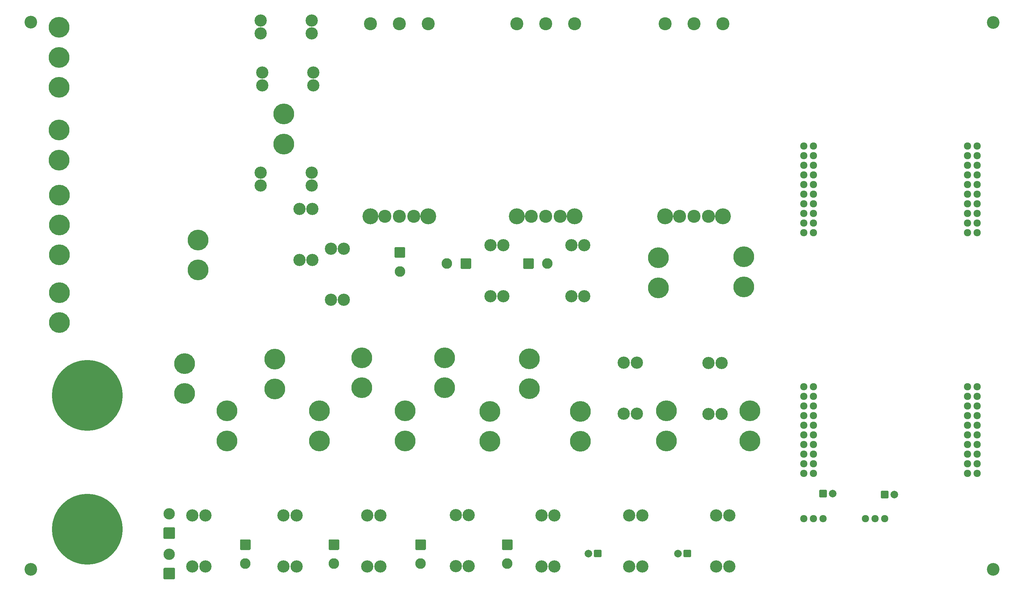
<source format=gbr>
G04 #@! TF.GenerationSoftware,KiCad,Pcbnew,(5.1.10)-1*
G04 #@! TF.CreationDate,2021-12-26T21:02:33-06:00*
G04 #@! TF.ProjectId,PowerBoard_2022_Rev1,506f7765-7242-46f6-9172-645f32303232,rev?*
G04 #@! TF.SameCoordinates,Original*
G04 #@! TF.FileFunction,Soldermask,Bot*
G04 #@! TF.FilePolarity,Negative*
%FSLAX46Y46*%
G04 Gerber Fmt 4.6, Leading zero omitted, Abs format (unit mm)*
G04 Created by KiCad (PCBNEW (5.1.10)-1) date 2021-12-26 21:02:33*
%MOMM*%
%LPD*%
G01*
G04 APERTURE LIST*
%ADD10C,5.480000*%
%ADD11C,1.920000*%
%ADD12C,3.346400*%
%ADD13C,3.219400*%
%ADD14C,2.000000*%
%ADD15C,18.688000*%
%ADD16C,1.924000*%
%ADD17C,3.448000*%
%ADD18C,4.210000*%
%ADD19O,3.000000X3.000000*%
%ADD20C,2.800000*%
G04 APERTURE END LIST*
D10*
X365945343Y-58013000D03*
X365945343Y-65913000D03*
D11*
X608076000Y-85090000D03*
X562356000Y-62230000D03*
X562356000Y-64770000D03*
X562356000Y-72390000D03*
X605536000Y-74930000D03*
X562356000Y-69850000D03*
X562356000Y-67310000D03*
X608076000Y-69850000D03*
X605536000Y-64770000D03*
X562356000Y-74930000D03*
X562356000Y-77470000D03*
X608076000Y-64770000D03*
X605536000Y-69850000D03*
X605536000Y-72390000D03*
X605536000Y-85090000D03*
X605536000Y-82550000D03*
X605536000Y-80010000D03*
X605536000Y-77470000D03*
X605536000Y-67310000D03*
X605536000Y-62230000D03*
X608076000Y-82550000D03*
X608076000Y-80010000D03*
X608076000Y-77470000D03*
X608076000Y-74930000D03*
X608076000Y-72390000D03*
X608076000Y-67310000D03*
X608076000Y-62230000D03*
X564896000Y-85090000D03*
X564896000Y-82550000D03*
X564896000Y-80010000D03*
X564896000Y-77470000D03*
X564896000Y-74930000D03*
X564896000Y-72390000D03*
X564896000Y-69850000D03*
X564896000Y-67310000D03*
X564896000Y-64770000D03*
X564896000Y-62230000D03*
X562356000Y-85090000D03*
X562356000Y-82550000D03*
X562356000Y-80010000D03*
X605536000Y-148590000D03*
X605536000Y-146050000D03*
X605536000Y-143510000D03*
X605536000Y-140970000D03*
X605536000Y-138430000D03*
X605536000Y-135890000D03*
X605536000Y-133350000D03*
X605536000Y-130810000D03*
X605536000Y-128270000D03*
X605536000Y-125730000D03*
X608076000Y-148590000D03*
X608076000Y-146050000D03*
X608076000Y-143510000D03*
X608076000Y-140970000D03*
X608076000Y-138430000D03*
X608076000Y-135890000D03*
X608076000Y-133350000D03*
X608076000Y-130810000D03*
X608076000Y-128270000D03*
X608076000Y-125730000D03*
X564896000Y-148590000D03*
X564896000Y-146050000D03*
X564896000Y-143510000D03*
X564896000Y-140970000D03*
X564896000Y-138430000D03*
X564896000Y-135890000D03*
X564896000Y-133350000D03*
X564896000Y-130810000D03*
X564896000Y-128270000D03*
X564896000Y-125730000D03*
X562356000Y-148590000D03*
X562356000Y-146050000D03*
X562356000Y-143510000D03*
X562356000Y-140970000D03*
X562356000Y-138430000D03*
X562356000Y-135890000D03*
X562356000Y-133350000D03*
X562356000Y-130810000D03*
X562356000Y-128270000D03*
X562356000Y-125730000D03*
D12*
X358513380Y-173870620D03*
X358449880Y-29519880D03*
X612338120Y-29583380D03*
X612338120Y-173870620D03*
D13*
X433006500Y-46228000D03*
X433006500Y-42799000D03*
X419544500Y-42799000D03*
X419544500Y-46228000D03*
X479679000Y-101854000D03*
X483108000Y-101854000D03*
X483108000Y-88392000D03*
X479679000Y-88392000D03*
X501015000Y-88392000D03*
X504444000Y-88392000D03*
X504444000Y-101854000D03*
X501015000Y-101854000D03*
X519747252Y-173147443D03*
X516318252Y-173147443D03*
X516318252Y-159685443D03*
X519747252Y-159685443D03*
X473963752Y-159558443D03*
X470534752Y-159558443D03*
X470534752Y-173020443D03*
X473963752Y-173020443D03*
X428561252Y-173147443D03*
X425132252Y-173147443D03*
X425132252Y-159685443D03*
X428561252Y-159685443D03*
X542671000Y-159639000D03*
X539242000Y-159639000D03*
X539242000Y-173101000D03*
X542671000Y-173101000D03*
X518287000Y-132842000D03*
X514858000Y-132842000D03*
X514858000Y-119380000D03*
X518287000Y-119380000D03*
X419100000Y-32512000D03*
X419100000Y-29083000D03*
X432562000Y-29083000D03*
X432562000Y-32512000D03*
X432752500Y-78803500D03*
X429323500Y-78803500D03*
X429323500Y-92265500D03*
X432752500Y-92265500D03*
X540638752Y-119426443D03*
X537209752Y-119426443D03*
X537209752Y-132888443D03*
X540638752Y-132888443D03*
X450659252Y-173147443D03*
X447230252Y-173147443D03*
X447230252Y-159685443D03*
X450659252Y-159685443D03*
X419100000Y-72644000D03*
X419100000Y-69215000D03*
X432562000Y-69215000D03*
X432562000Y-72644000D03*
X496570000Y-173101000D03*
X493141000Y-173101000D03*
X493141000Y-159639000D03*
X496570000Y-159639000D03*
X404495000Y-159664400D03*
X401066000Y-159664400D03*
X401066000Y-173126400D03*
X404495000Y-173126400D03*
X441032900Y-89357200D03*
X437603900Y-89357200D03*
X437603900Y-102819200D03*
X441032900Y-102819200D03*
D14*
X505500000Y-169709959D03*
G36*
G01*
X509000000Y-168909959D02*
X509000000Y-170509959D01*
G75*
G02*
X508800000Y-170709959I-200000J0D01*
G01*
X507200000Y-170709959D01*
G75*
G02*
X507000000Y-170509959I0J200000D01*
G01*
X507000000Y-168909959D01*
G75*
G02*
X507200000Y-168709959I200000J0D01*
G01*
X508800000Y-168709959D01*
G75*
G02*
X509000000Y-168909959I0J-200000D01*
G01*
G37*
X529122000Y-169709959D03*
G36*
G01*
X532622000Y-168909959D02*
X532622000Y-170509959D01*
G75*
G02*
X532422000Y-170709959I-200000J0D01*
G01*
X530822000Y-170709959D01*
G75*
G02*
X530622000Y-170509959I0J200000D01*
G01*
X530622000Y-168909959D01*
G75*
G02*
X530822000Y-168709959I200000J0D01*
G01*
X532422000Y-168709959D01*
G75*
G02*
X532622000Y-168909959I0J-200000D01*
G01*
G37*
X569936000Y-153924000D03*
G36*
G01*
X566436000Y-154724000D02*
X566436000Y-153124000D01*
G75*
G02*
X566636000Y-152924000I200000J0D01*
G01*
X568236000Y-152924000D01*
G75*
G02*
X568436000Y-153124000I0J-200000D01*
G01*
X568436000Y-154724000D01*
G75*
G02*
X568236000Y-154924000I-200000J0D01*
G01*
X566636000Y-154924000D01*
G75*
G02*
X566436000Y-154724000I0J200000D01*
G01*
G37*
G36*
G01*
X582692000Y-154978000D02*
X582692000Y-153378000D01*
G75*
G02*
X582892000Y-153178000I200000J0D01*
G01*
X584492000Y-153178000D01*
G75*
G02*
X584692000Y-153378000I0J-200000D01*
G01*
X584692000Y-154978000D01*
G75*
G02*
X584492000Y-155178000I-200000J0D01*
G01*
X582892000Y-155178000D01*
G75*
G02*
X582692000Y-154978000I0J200000D01*
G01*
G37*
X586192000Y-154178000D03*
D10*
X365945343Y-46723000D03*
X365945343Y-38823000D03*
X365945343Y-30923000D03*
X467640000Y-125971000D03*
X467640000Y-118071000D03*
X399060000Y-119595000D03*
X399060000Y-127495000D03*
X489966000Y-118364000D03*
X489966000Y-126264000D03*
X366022605Y-108805436D03*
X366022605Y-100905436D03*
X445796000Y-125971000D03*
X445796000Y-118071000D03*
X422788383Y-126352000D03*
X422788383Y-118452000D03*
X366022605Y-90933500D03*
X366022605Y-83033500D03*
X366022605Y-75133500D03*
X425196000Y-53784500D03*
X425196000Y-61684500D03*
D15*
X373380000Y-128016000D03*
D16*
X562356000Y-160528000D03*
X564896000Y-160528000D03*
X567436000Y-160528000D03*
X583692000Y-160528000D03*
X581152000Y-160528000D03*
X578612000Y-160528000D03*
D15*
X373380000Y-163322000D03*
D17*
X525780000Y-29972000D03*
X533400000Y-29972000D03*
X541020000Y-29972000D03*
D18*
X525780000Y-80772000D03*
X541020000Y-80772000D03*
D17*
X537210000Y-80772000D03*
X533400000Y-80772000D03*
X529590000Y-80772000D03*
X490474000Y-80772000D03*
X494284000Y-80772000D03*
X498094000Y-80772000D03*
D18*
X501904000Y-80772000D03*
X486664000Y-80772000D03*
D17*
X501904000Y-29972000D03*
X494284000Y-29972000D03*
X486664000Y-29972000D03*
D10*
X410184000Y-132093000D03*
X410184000Y-139993000D03*
X523976000Y-99607000D03*
X523976000Y-91707000D03*
X402552370Y-94937954D03*
X402552370Y-87037954D03*
X434594000Y-132093000D03*
X434594000Y-139993000D03*
X546544500Y-91453000D03*
X546544500Y-99353000D03*
X457174000Y-139993000D03*
X457174000Y-132093000D03*
X479526000Y-140120000D03*
X479526000Y-132220000D03*
X503402000Y-140120000D03*
X503402000Y-132220000D03*
X526135000Y-132093000D03*
X526135000Y-139993000D03*
X548106000Y-132093000D03*
X548106000Y-139993000D03*
G36*
G01*
X396270000Y-176506000D02*
X393670000Y-176506000D01*
G75*
G02*
X393470000Y-176306000I0J200000D01*
G01*
X393470000Y-173706000D01*
G75*
G02*
X393670000Y-173506000I200000J0D01*
G01*
X396270000Y-173506000D01*
G75*
G02*
X396470000Y-173706000I0J-200000D01*
G01*
X396470000Y-176306000D01*
G75*
G02*
X396270000Y-176506000I-200000J0D01*
G01*
G37*
D19*
X394970000Y-169926000D03*
X394970000Y-159258000D03*
G36*
G01*
X396270000Y-165838000D02*
X393670000Y-165838000D01*
G75*
G02*
X393470000Y-165638000I0J200000D01*
G01*
X393470000Y-163038000D01*
G75*
G02*
X393670000Y-162838000I200000J0D01*
G01*
X396270000Y-162838000D01*
G75*
G02*
X396470000Y-163038000I0J-200000D01*
G01*
X396470000Y-165638000D01*
G75*
G02*
X396270000Y-165838000I-200000J0D01*
G01*
G37*
G36*
G01*
X413836000Y-165986000D02*
X416236000Y-165986000D01*
G75*
G02*
X416436000Y-166186000I0J-200000D01*
G01*
X416436000Y-168586000D01*
G75*
G02*
X416236000Y-168786000I-200000J0D01*
G01*
X413836000Y-168786000D01*
G75*
G02*
X413636000Y-168586000I0J200000D01*
G01*
X413636000Y-166186000D01*
G75*
G02*
X413836000Y-165986000I200000J0D01*
G01*
G37*
D20*
X415036000Y-172386000D03*
G36*
G01*
X437204000Y-165986000D02*
X439604000Y-165986000D01*
G75*
G02*
X439804000Y-166186000I0J-200000D01*
G01*
X439804000Y-168586000D01*
G75*
G02*
X439604000Y-168786000I-200000J0D01*
G01*
X437204000Y-168786000D01*
G75*
G02*
X437004000Y-168586000I0J200000D01*
G01*
X437004000Y-166186000D01*
G75*
G02*
X437204000Y-165986000I200000J0D01*
G01*
G37*
X438404000Y-172386000D03*
X461264000Y-172386000D03*
G36*
G01*
X460064000Y-165986000D02*
X462464000Y-165986000D01*
G75*
G02*
X462664000Y-166186000I0J-200000D01*
G01*
X462664000Y-168586000D01*
G75*
G02*
X462464000Y-168786000I-200000J0D01*
G01*
X460064000Y-168786000D01*
G75*
G02*
X459864000Y-168586000I0J200000D01*
G01*
X459864000Y-166186000D01*
G75*
G02*
X460064000Y-165986000I200000J0D01*
G01*
G37*
G36*
G01*
X482924000Y-165986000D02*
X485324000Y-165986000D01*
G75*
G02*
X485524000Y-166186000I0J-200000D01*
G01*
X485524000Y-168586000D01*
G75*
G02*
X485324000Y-168786000I-200000J0D01*
G01*
X482924000Y-168786000D01*
G75*
G02*
X482724000Y-168586000I0J200000D01*
G01*
X482724000Y-166186000D01*
G75*
G02*
X482924000Y-165986000I200000J0D01*
G01*
G37*
X484124000Y-172386000D03*
G36*
G01*
X488312000Y-94418000D02*
X488312000Y-92018000D01*
G75*
G02*
X488512000Y-91818000I200000J0D01*
G01*
X490912000Y-91818000D01*
G75*
G02*
X491112000Y-92018000I0J-200000D01*
G01*
X491112000Y-94418000D01*
G75*
G02*
X490912000Y-94618000I-200000J0D01*
G01*
X488512000Y-94618000D01*
G75*
G02*
X488312000Y-94418000I0J200000D01*
G01*
G37*
X494712000Y-93218000D03*
X468202000Y-93218000D03*
G36*
G01*
X474602000Y-92018000D02*
X474602000Y-94418000D01*
G75*
G02*
X474402000Y-94618000I-200000J0D01*
G01*
X472002000Y-94618000D01*
G75*
G02*
X471802000Y-94418000I0J200000D01*
G01*
X471802000Y-92018000D01*
G75*
G02*
X472002000Y-91818000I200000J0D01*
G01*
X474402000Y-91818000D01*
G75*
G02*
X474602000Y-92018000I0J-200000D01*
G01*
G37*
G36*
G01*
X454603000Y-88897000D02*
X457003000Y-88897000D01*
G75*
G02*
X457203000Y-89097000I0J-200000D01*
G01*
X457203000Y-91497000D01*
G75*
G02*
X457003000Y-91697000I-200000J0D01*
G01*
X454603000Y-91697000D01*
G75*
G02*
X454403000Y-91497000I0J200000D01*
G01*
X454403000Y-89097000D01*
G75*
G02*
X454603000Y-88897000I200000J0D01*
G01*
G37*
X455803000Y-95297000D03*
D17*
X448056000Y-29972000D03*
X455676000Y-29972000D03*
X463296000Y-29972000D03*
D18*
X448056000Y-80772000D03*
X463296000Y-80772000D03*
D17*
X459486000Y-80772000D03*
X455676000Y-80772000D03*
X451866000Y-80772000D03*
M02*

</source>
